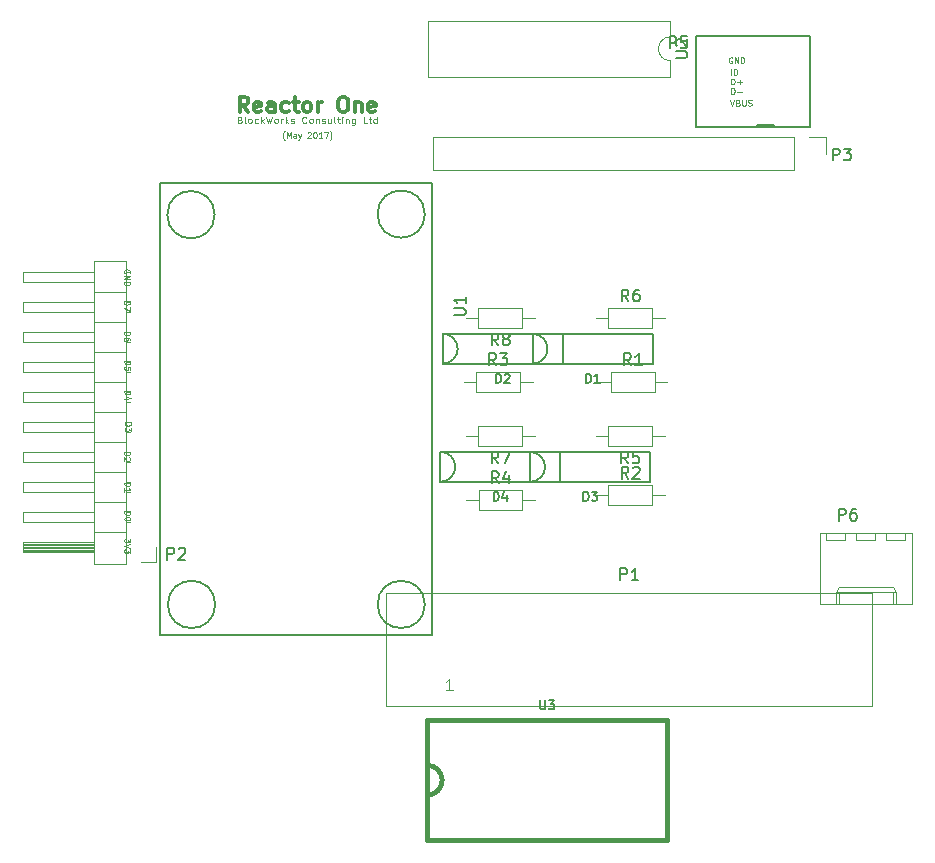
<source format=gto>
G04 #@! TF.FileFunction,Legend,Top*
%FSLAX46Y46*%
G04 Gerber Fmt 4.6, Leading zero omitted, Abs format (unit mm)*
G04 Created by KiCad (PCBNEW 4.0.5-e0-6337~49~ubuntu16.04.1) date Sun Apr 30 10:53:11 2017*
%MOMM*%
%LPD*%
G01*
G04 APERTURE LIST*
%ADD10C,0.100000*%
%ADD11C,0.075000*%
%ADD12C,0.300000*%
%ADD13C,0.381000*%
%ADD14C,0.150000*%
%ADD15C,0.120000*%
%ADD16C,0.203200*%
%ADD17C,0.152400*%
%ADD18C,0.125000*%
G04 APERTURE END LIST*
D10*
X123463810Y-106550954D02*
X123463810Y-106860477D01*
X123273333Y-106693811D01*
X123273333Y-106765239D01*
X123249524Y-106812858D01*
X123225714Y-106836668D01*
X123178095Y-106860477D01*
X123059048Y-106860477D01*
X123011429Y-106836668D01*
X122987619Y-106812858D01*
X122963810Y-106765239D01*
X122963810Y-106622382D01*
X122987619Y-106574763D01*
X123011429Y-106550954D01*
X123463810Y-107003334D02*
X122963810Y-107170001D01*
X123463810Y-107336667D01*
X123463810Y-107455715D02*
X123463810Y-107765238D01*
X123273333Y-107598572D01*
X123273333Y-107670000D01*
X123249524Y-107717619D01*
X123225714Y-107741429D01*
X123178095Y-107765238D01*
X123059048Y-107765238D01*
X123011429Y-107741429D01*
X122987619Y-107717619D01*
X122963810Y-107670000D01*
X122963810Y-107527143D01*
X122987619Y-107479524D01*
X123011429Y-107455715D01*
X122963810Y-104250953D02*
X123463810Y-104250953D01*
X123463810Y-104370000D01*
X123440000Y-104441429D01*
X123392381Y-104489048D01*
X123344762Y-104512857D01*
X123249524Y-104536667D01*
X123178095Y-104536667D01*
X123082857Y-104512857D01*
X123035238Y-104489048D01*
X122987619Y-104441429D01*
X122963810Y-104370000D01*
X122963810Y-104250953D01*
X123463810Y-104846191D02*
X123463810Y-104893810D01*
X123440000Y-104941429D01*
X123416190Y-104965238D01*
X123368571Y-104989048D01*
X123273333Y-105012857D01*
X123154286Y-105012857D01*
X123059048Y-104989048D01*
X123011429Y-104965238D01*
X122987619Y-104941429D01*
X122963810Y-104893810D01*
X122963810Y-104846191D01*
X122987619Y-104798572D01*
X123011429Y-104774762D01*
X123059048Y-104750953D01*
X123154286Y-104727143D01*
X123273333Y-104727143D01*
X123368571Y-104750953D01*
X123416190Y-104774762D01*
X123440000Y-104798572D01*
X123463810Y-104846191D01*
X122963810Y-101800953D02*
X123463810Y-101800953D01*
X123463810Y-101920000D01*
X123440000Y-101991429D01*
X123392381Y-102039048D01*
X123344762Y-102062857D01*
X123249524Y-102086667D01*
X123178095Y-102086667D01*
X123082857Y-102062857D01*
X123035238Y-102039048D01*
X122987619Y-101991429D01*
X122963810Y-101920000D01*
X122963810Y-101800953D01*
X122963810Y-102562857D02*
X122963810Y-102277143D01*
X122963810Y-102420000D02*
X123463810Y-102420000D01*
X123392381Y-102372381D01*
X123344762Y-102324762D01*
X123320952Y-102277143D01*
X122913810Y-99200953D02*
X123413810Y-99200953D01*
X123413810Y-99320000D01*
X123390000Y-99391429D01*
X123342381Y-99439048D01*
X123294762Y-99462857D01*
X123199524Y-99486667D01*
X123128095Y-99486667D01*
X123032857Y-99462857D01*
X122985238Y-99439048D01*
X122937619Y-99391429D01*
X122913810Y-99320000D01*
X122913810Y-99200953D01*
X123366190Y-99677143D02*
X123390000Y-99700953D01*
X123413810Y-99748572D01*
X123413810Y-99867619D01*
X123390000Y-99915238D01*
X123366190Y-99939048D01*
X123318571Y-99962857D01*
X123270952Y-99962857D01*
X123199524Y-99939048D01*
X122913810Y-99653334D01*
X122913810Y-99962857D01*
X123013810Y-96700953D02*
X123513810Y-96700953D01*
X123513810Y-96820000D01*
X123490000Y-96891429D01*
X123442381Y-96939048D01*
X123394762Y-96962857D01*
X123299524Y-96986667D01*
X123228095Y-96986667D01*
X123132857Y-96962857D01*
X123085238Y-96939048D01*
X123037619Y-96891429D01*
X123013810Y-96820000D01*
X123013810Y-96700953D01*
X123513810Y-97153334D02*
X123513810Y-97462857D01*
X123323333Y-97296191D01*
X123323333Y-97367619D01*
X123299524Y-97415238D01*
X123275714Y-97439048D01*
X123228095Y-97462857D01*
X123109048Y-97462857D01*
X123061429Y-97439048D01*
X123037619Y-97415238D01*
X123013810Y-97367619D01*
X123013810Y-97224762D01*
X123037619Y-97177143D01*
X123061429Y-97153334D01*
X122963810Y-94050953D02*
X123463810Y-94050953D01*
X123463810Y-94170000D01*
X123440000Y-94241429D01*
X123392381Y-94289048D01*
X123344762Y-94312857D01*
X123249524Y-94336667D01*
X123178095Y-94336667D01*
X123082857Y-94312857D01*
X123035238Y-94289048D01*
X122987619Y-94241429D01*
X122963810Y-94170000D01*
X122963810Y-94050953D01*
X123297143Y-94765238D02*
X122963810Y-94765238D01*
X123487619Y-94646191D02*
X123130476Y-94527143D01*
X123130476Y-94836667D01*
X122963810Y-91500953D02*
X123463810Y-91500953D01*
X123463810Y-91620000D01*
X123440000Y-91691429D01*
X123392381Y-91739048D01*
X123344762Y-91762857D01*
X123249524Y-91786667D01*
X123178095Y-91786667D01*
X123082857Y-91762857D01*
X123035238Y-91739048D01*
X122987619Y-91691429D01*
X122963810Y-91620000D01*
X122963810Y-91500953D01*
X123463810Y-92239048D02*
X123463810Y-92000953D01*
X123225714Y-91977143D01*
X123249524Y-92000953D01*
X123273333Y-92048572D01*
X123273333Y-92167619D01*
X123249524Y-92215238D01*
X123225714Y-92239048D01*
X123178095Y-92262857D01*
X123059048Y-92262857D01*
X123011429Y-92239048D01*
X122987619Y-92215238D01*
X122963810Y-92167619D01*
X122963810Y-92048572D01*
X122987619Y-92000953D01*
X123011429Y-91977143D01*
X122913810Y-89050953D02*
X123413810Y-89050953D01*
X123413810Y-89170000D01*
X123390000Y-89241429D01*
X123342381Y-89289048D01*
X123294762Y-89312857D01*
X123199524Y-89336667D01*
X123128095Y-89336667D01*
X123032857Y-89312857D01*
X122985238Y-89289048D01*
X122937619Y-89241429D01*
X122913810Y-89170000D01*
X122913810Y-89050953D01*
X123413810Y-89765238D02*
X123413810Y-89670000D01*
X123390000Y-89622381D01*
X123366190Y-89598572D01*
X123294762Y-89550953D01*
X123199524Y-89527143D01*
X123009048Y-89527143D01*
X122961429Y-89550953D01*
X122937619Y-89574762D01*
X122913810Y-89622381D01*
X122913810Y-89717619D01*
X122937619Y-89765238D01*
X122961429Y-89789048D01*
X123009048Y-89812857D01*
X123128095Y-89812857D01*
X123175714Y-89789048D01*
X123199524Y-89765238D01*
X123223333Y-89717619D01*
X123223333Y-89622381D01*
X123199524Y-89574762D01*
X123175714Y-89550953D01*
X123128095Y-89527143D01*
X122913810Y-86450953D02*
X123413810Y-86450953D01*
X123413810Y-86570000D01*
X123390000Y-86641429D01*
X123342381Y-86689048D01*
X123294762Y-86712857D01*
X123199524Y-86736667D01*
X123128095Y-86736667D01*
X123032857Y-86712857D01*
X122985238Y-86689048D01*
X122937619Y-86641429D01*
X122913810Y-86570000D01*
X122913810Y-86450953D01*
X123413810Y-86903334D02*
X123413810Y-87236667D01*
X122913810Y-87022381D01*
X123390000Y-84039047D02*
X123413810Y-83991428D01*
X123413810Y-83920000D01*
X123390000Y-83848571D01*
X123342381Y-83800952D01*
X123294762Y-83777143D01*
X123199524Y-83753333D01*
X123128095Y-83753333D01*
X123032857Y-83777143D01*
X122985238Y-83800952D01*
X122937619Y-83848571D01*
X122913810Y-83920000D01*
X122913810Y-83967619D01*
X122937619Y-84039047D01*
X122961429Y-84062857D01*
X123128095Y-84062857D01*
X123128095Y-83967619D01*
X122913810Y-84277143D02*
X123413810Y-84277143D01*
X122913810Y-84562857D01*
X123413810Y-84562857D01*
X122913810Y-84800953D02*
X123413810Y-84800953D01*
X123413810Y-84920000D01*
X123390000Y-84991429D01*
X123342381Y-85039048D01*
X123294762Y-85062857D01*
X123199524Y-85086667D01*
X123128095Y-85086667D01*
X123032857Y-85062857D01*
X122985238Y-85039048D01*
X122937619Y-84991429D01*
X122913810Y-84920000D01*
X122913810Y-84800953D01*
X132744287Y-71084286D02*
X132830001Y-71108095D01*
X132858573Y-71131905D01*
X132887144Y-71179524D01*
X132887144Y-71250952D01*
X132858573Y-71298571D01*
X132830001Y-71322381D01*
X132772859Y-71346190D01*
X132544287Y-71346190D01*
X132544287Y-70846190D01*
X132744287Y-70846190D01*
X132801430Y-70870000D01*
X132830001Y-70893810D01*
X132858573Y-70941429D01*
X132858573Y-70989048D01*
X132830001Y-71036667D01*
X132801430Y-71060476D01*
X132744287Y-71084286D01*
X132544287Y-71084286D01*
X133230001Y-71346190D02*
X133172859Y-71322381D01*
X133144287Y-71274762D01*
X133144287Y-70846190D01*
X133544287Y-71346190D02*
X133487145Y-71322381D01*
X133458573Y-71298571D01*
X133430002Y-71250952D01*
X133430002Y-71108095D01*
X133458573Y-71060476D01*
X133487145Y-71036667D01*
X133544287Y-71012857D01*
X133630002Y-71012857D01*
X133687145Y-71036667D01*
X133715716Y-71060476D01*
X133744287Y-71108095D01*
X133744287Y-71250952D01*
X133715716Y-71298571D01*
X133687145Y-71322381D01*
X133630002Y-71346190D01*
X133544287Y-71346190D01*
X134258573Y-71322381D02*
X134201430Y-71346190D01*
X134087144Y-71346190D01*
X134030002Y-71322381D01*
X134001430Y-71298571D01*
X133972859Y-71250952D01*
X133972859Y-71108095D01*
X134001430Y-71060476D01*
X134030002Y-71036667D01*
X134087144Y-71012857D01*
X134201430Y-71012857D01*
X134258573Y-71036667D01*
X134515716Y-71346190D02*
X134515716Y-70846190D01*
X134572859Y-71155714D02*
X134744288Y-71346190D01*
X134744288Y-71012857D02*
X134515716Y-71203333D01*
X134944287Y-70846190D02*
X135087144Y-71346190D01*
X135201430Y-70989048D01*
X135315716Y-71346190D01*
X135458573Y-70846190D01*
X135772858Y-71346190D02*
X135715716Y-71322381D01*
X135687144Y-71298571D01*
X135658573Y-71250952D01*
X135658573Y-71108095D01*
X135687144Y-71060476D01*
X135715716Y-71036667D01*
X135772858Y-71012857D01*
X135858573Y-71012857D01*
X135915716Y-71036667D01*
X135944287Y-71060476D01*
X135972858Y-71108095D01*
X135972858Y-71250952D01*
X135944287Y-71298571D01*
X135915716Y-71322381D01*
X135858573Y-71346190D01*
X135772858Y-71346190D01*
X136230001Y-71346190D02*
X136230001Y-71012857D01*
X136230001Y-71108095D02*
X136258573Y-71060476D01*
X136287144Y-71036667D01*
X136344287Y-71012857D01*
X136401430Y-71012857D01*
X136601430Y-71346190D02*
X136601430Y-70846190D01*
X136658573Y-71155714D02*
X136830002Y-71346190D01*
X136830002Y-71012857D02*
X136601430Y-71203333D01*
X137058573Y-71322381D02*
X137115716Y-71346190D01*
X137230001Y-71346190D01*
X137287144Y-71322381D01*
X137315716Y-71274762D01*
X137315716Y-71250952D01*
X137287144Y-71203333D01*
X137230001Y-71179524D01*
X137144287Y-71179524D01*
X137087144Y-71155714D01*
X137058573Y-71108095D01*
X137058573Y-71084286D01*
X137087144Y-71036667D01*
X137144287Y-71012857D01*
X137230001Y-71012857D01*
X137287144Y-71036667D01*
X138372858Y-71298571D02*
X138344287Y-71322381D01*
X138258573Y-71346190D01*
X138201430Y-71346190D01*
X138115715Y-71322381D01*
X138058573Y-71274762D01*
X138030001Y-71227143D01*
X138001430Y-71131905D01*
X138001430Y-71060476D01*
X138030001Y-70965238D01*
X138058573Y-70917619D01*
X138115715Y-70870000D01*
X138201430Y-70846190D01*
X138258573Y-70846190D01*
X138344287Y-70870000D01*
X138372858Y-70893810D01*
X138715715Y-71346190D02*
X138658573Y-71322381D01*
X138630001Y-71298571D01*
X138601430Y-71250952D01*
X138601430Y-71108095D01*
X138630001Y-71060476D01*
X138658573Y-71036667D01*
X138715715Y-71012857D01*
X138801430Y-71012857D01*
X138858573Y-71036667D01*
X138887144Y-71060476D01*
X138915715Y-71108095D01*
X138915715Y-71250952D01*
X138887144Y-71298571D01*
X138858573Y-71322381D01*
X138801430Y-71346190D01*
X138715715Y-71346190D01*
X139172858Y-71012857D02*
X139172858Y-71346190D01*
X139172858Y-71060476D02*
X139201430Y-71036667D01*
X139258572Y-71012857D01*
X139344287Y-71012857D01*
X139401430Y-71036667D01*
X139430001Y-71084286D01*
X139430001Y-71346190D01*
X139687144Y-71322381D02*
X139744287Y-71346190D01*
X139858572Y-71346190D01*
X139915715Y-71322381D01*
X139944287Y-71274762D01*
X139944287Y-71250952D01*
X139915715Y-71203333D01*
X139858572Y-71179524D01*
X139772858Y-71179524D01*
X139715715Y-71155714D01*
X139687144Y-71108095D01*
X139687144Y-71084286D01*
X139715715Y-71036667D01*
X139772858Y-71012857D01*
X139858572Y-71012857D01*
X139915715Y-71036667D01*
X140458572Y-71012857D02*
X140458572Y-71346190D01*
X140201429Y-71012857D02*
X140201429Y-71274762D01*
X140230001Y-71322381D01*
X140287143Y-71346190D01*
X140372858Y-71346190D01*
X140430001Y-71322381D01*
X140458572Y-71298571D01*
X140830000Y-71346190D02*
X140772858Y-71322381D01*
X140744286Y-71274762D01*
X140744286Y-70846190D01*
X140972858Y-71012857D02*
X141201429Y-71012857D01*
X141058572Y-70846190D02*
X141058572Y-71274762D01*
X141087144Y-71322381D01*
X141144286Y-71346190D01*
X141201429Y-71346190D01*
X141401429Y-71346190D02*
X141401429Y-71012857D01*
X141401429Y-70846190D02*
X141372858Y-70870000D01*
X141401429Y-70893810D01*
X141430001Y-70870000D01*
X141401429Y-70846190D01*
X141401429Y-70893810D01*
X141687143Y-71012857D02*
X141687143Y-71346190D01*
X141687143Y-71060476D02*
X141715715Y-71036667D01*
X141772857Y-71012857D01*
X141858572Y-71012857D01*
X141915715Y-71036667D01*
X141944286Y-71084286D01*
X141944286Y-71346190D01*
X142487143Y-71012857D02*
X142487143Y-71417619D01*
X142458572Y-71465238D01*
X142430000Y-71489048D01*
X142372857Y-71512857D01*
X142287143Y-71512857D01*
X142230000Y-71489048D01*
X142487143Y-71322381D02*
X142430000Y-71346190D01*
X142315714Y-71346190D01*
X142258572Y-71322381D01*
X142230000Y-71298571D01*
X142201429Y-71250952D01*
X142201429Y-71108095D01*
X142230000Y-71060476D01*
X142258572Y-71036667D01*
X142315714Y-71012857D01*
X142430000Y-71012857D01*
X142487143Y-71036667D01*
X143515714Y-71346190D02*
X143230000Y-71346190D01*
X143230000Y-70846190D01*
X143630000Y-71012857D02*
X143858571Y-71012857D01*
X143715714Y-70846190D02*
X143715714Y-71274762D01*
X143744286Y-71322381D01*
X143801428Y-71346190D01*
X143858571Y-71346190D01*
X144315714Y-71346190D02*
X144315714Y-70846190D01*
X144315714Y-71322381D02*
X144258571Y-71346190D01*
X144144285Y-71346190D01*
X144087143Y-71322381D01*
X144058571Y-71298571D01*
X144030000Y-71250952D01*
X144030000Y-71108095D01*
X144058571Y-71060476D01*
X144087143Y-71036667D01*
X144144285Y-71012857D01*
X144258571Y-71012857D01*
X144315714Y-71036667D01*
D11*
X136513335Y-72806667D02*
X136489525Y-72782857D01*
X136441906Y-72711429D01*
X136418097Y-72663810D01*
X136394287Y-72592381D01*
X136370478Y-72473333D01*
X136370478Y-72378095D01*
X136394287Y-72259048D01*
X136418097Y-72187619D01*
X136441906Y-72140000D01*
X136489525Y-72068571D01*
X136513335Y-72044762D01*
X136703811Y-72616190D02*
X136703811Y-72116190D01*
X136870477Y-72473333D01*
X137037144Y-72116190D01*
X137037144Y-72616190D01*
X137489525Y-72616190D02*
X137489525Y-72354286D01*
X137465716Y-72306667D01*
X137418097Y-72282857D01*
X137322859Y-72282857D01*
X137275240Y-72306667D01*
X137489525Y-72592381D02*
X137441906Y-72616190D01*
X137322859Y-72616190D01*
X137275240Y-72592381D01*
X137251430Y-72544762D01*
X137251430Y-72497143D01*
X137275240Y-72449524D01*
X137322859Y-72425714D01*
X137441906Y-72425714D01*
X137489525Y-72401905D01*
X137680002Y-72282857D02*
X137799049Y-72616190D01*
X137918097Y-72282857D02*
X137799049Y-72616190D01*
X137751430Y-72735238D01*
X137727621Y-72759048D01*
X137680002Y-72782857D01*
X138465715Y-72163810D02*
X138489525Y-72140000D01*
X138537144Y-72116190D01*
X138656191Y-72116190D01*
X138703810Y-72140000D01*
X138727620Y-72163810D01*
X138751429Y-72211429D01*
X138751429Y-72259048D01*
X138727620Y-72330476D01*
X138441906Y-72616190D01*
X138751429Y-72616190D01*
X139060953Y-72116190D02*
X139108572Y-72116190D01*
X139156191Y-72140000D01*
X139180000Y-72163810D01*
X139203810Y-72211429D01*
X139227619Y-72306667D01*
X139227619Y-72425714D01*
X139203810Y-72520952D01*
X139180000Y-72568571D01*
X139156191Y-72592381D01*
X139108572Y-72616190D01*
X139060953Y-72616190D01*
X139013334Y-72592381D01*
X138989524Y-72568571D01*
X138965715Y-72520952D01*
X138941905Y-72425714D01*
X138941905Y-72306667D01*
X138965715Y-72211429D01*
X138989524Y-72163810D01*
X139013334Y-72140000D01*
X139060953Y-72116190D01*
X139703809Y-72616190D02*
X139418095Y-72616190D01*
X139560952Y-72616190D02*
X139560952Y-72116190D01*
X139513333Y-72187619D01*
X139465714Y-72235238D01*
X139418095Y-72259048D01*
X139870476Y-72116190D02*
X140203809Y-72116190D01*
X139989523Y-72616190D01*
X140346666Y-72806667D02*
X140370475Y-72782857D01*
X140418094Y-72711429D01*
X140441904Y-72663810D01*
X140465713Y-72592381D01*
X140489523Y-72473333D01*
X140489523Y-72378095D01*
X140465713Y-72259048D01*
X140441904Y-72187619D01*
X140418094Y-72140000D01*
X140370475Y-72068571D01*
X140346666Y-72044762D01*
D12*
X133446667Y-70438095D02*
X133013334Y-69819048D01*
X132703810Y-70438095D02*
X132703810Y-69138095D01*
X133199048Y-69138095D01*
X133322857Y-69200000D01*
X133384762Y-69261905D01*
X133446667Y-69385714D01*
X133446667Y-69571429D01*
X133384762Y-69695238D01*
X133322857Y-69757143D01*
X133199048Y-69819048D01*
X132703810Y-69819048D01*
X134499048Y-70376190D02*
X134375238Y-70438095D01*
X134127619Y-70438095D01*
X134003810Y-70376190D01*
X133941905Y-70252381D01*
X133941905Y-69757143D01*
X134003810Y-69633333D01*
X134127619Y-69571429D01*
X134375238Y-69571429D01*
X134499048Y-69633333D01*
X134560953Y-69757143D01*
X134560953Y-69880952D01*
X133941905Y-70004762D01*
X135675239Y-70438095D02*
X135675239Y-69757143D01*
X135613334Y-69633333D01*
X135489524Y-69571429D01*
X135241905Y-69571429D01*
X135118096Y-69633333D01*
X135675239Y-70376190D02*
X135551429Y-70438095D01*
X135241905Y-70438095D01*
X135118096Y-70376190D01*
X135056191Y-70252381D01*
X135056191Y-70128571D01*
X135118096Y-70004762D01*
X135241905Y-69942857D01*
X135551429Y-69942857D01*
X135675239Y-69880952D01*
X136851429Y-70376190D02*
X136727619Y-70438095D01*
X136480000Y-70438095D01*
X136356191Y-70376190D01*
X136294286Y-70314286D01*
X136232381Y-70190476D01*
X136232381Y-69819048D01*
X136294286Y-69695238D01*
X136356191Y-69633333D01*
X136480000Y-69571429D01*
X136727619Y-69571429D01*
X136851429Y-69633333D01*
X137222858Y-69571429D02*
X137718096Y-69571429D01*
X137408572Y-69138095D02*
X137408572Y-70252381D01*
X137470477Y-70376190D01*
X137594286Y-70438095D01*
X137718096Y-70438095D01*
X138337143Y-70438095D02*
X138213334Y-70376190D01*
X138151429Y-70314286D01*
X138089524Y-70190476D01*
X138089524Y-69819048D01*
X138151429Y-69695238D01*
X138213334Y-69633333D01*
X138337143Y-69571429D01*
X138522857Y-69571429D01*
X138646667Y-69633333D01*
X138708572Y-69695238D01*
X138770476Y-69819048D01*
X138770476Y-70190476D01*
X138708572Y-70314286D01*
X138646667Y-70376190D01*
X138522857Y-70438095D01*
X138337143Y-70438095D01*
X139327619Y-70438095D02*
X139327619Y-69571429D01*
X139327619Y-69819048D02*
X139389524Y-69695238D01*
X139451428Y-69633333D01*
X139575238Y-69571429D01*
X139699047Y-69571429D01*
X141370476Y-69138095D02*
X141618095Y-69138095D01*
X141741904Y-69200000D01*
X141865714Y-69323810D01*
X141927619Y-69571429D01*
X141927619Y-70004762D01*
X141865714Y-70252381D01*
X141741904Y-70376190D01*
X141618095Y-70438095D01*
X141370476Y-70438095D01*
X141246666Y-70376190D01*
X141122857Y-70252381D01*
X141060952Y-70004762D01*
X141060952Y-69571429D01*
X141122857Y-69323810D01*
X141246666Y-69200000D01*
X141370476Y-69138095D01*
X142484762Y-69571429D02*
X142484762Y-70438095D01*
X142484762Y-69695238D02*
X142546667Y-69633333D01*
X142670476Y-69571429D01*
X142856190Y-69571429D01*
X142980000Y-69633333D01*
X143041905Y-69757143D01*
X143041905Y-70438095D01*
X144156190Y-70376190D02*
X144032380Y-70438095D01*
X143784761Y-70438095D01*
X143660952Y-70376190D01*
X143599047Y-70252381D01*
X143599047Y-69757143D01*
X143660952Y-69633333D01*
X143784761Y-69571429D01*
X144032380Y-69571429D01*
X144156190Y-69633333D01*
X144218095Y-69757143D01*
X144218095Y-69880952D01*
X143599047Y-70004762D01*
D13*
X149860000Y-127000000D02*
G75*
G03X148590000Y-125730000I-1270000J0D01*
G01*
X148590000Y-128270000D02*
G75*
G03X149860000Y-127000000I0J1270000D01*
G01*
X148590000Y-121920000D02*
X148590000Y-132080000D01*
X148590000Y-132080000D02*
X168910000Y-132080000D01*
X168910000Y-132080000D02*
X168910000Y-121920000D01*
X168910000Y-121920000D02*
X148590000Y-121920000D01*
D14*
X125990000Y-76470000D02*
X148990000Y-76470000D01*
X148990000Y-76470000D02*
X148990000Y-114670000D01*
X148990000Y-114670000D02*
X125990000Y-114670000D01*
X125990000Y-114670000D02*
X125990000Y-76470000D01*
X130590000Y-79120000D02*
G75*
G03X130590000Y-79120000I-2000000J0D01*
G01*
X130640000Y-112120000D02*
G75*
G03X130640000Y-112120000I-2000000J0D01*
G01*
X148390000Y-79070000D02*
G75*
G03X148390000Y-79070000I-2000000J0D01*
G01*
X148390000Y-112120000D02*
G75*
G03X148390000Y-112120000I-2000000J0D01*
G01*
X171390000Y-64020000D02*
X180990000Y-64020000D01*
X180990000Y-64020000D02*
X180990000Y-71720000D01*
X171390000Y-71720000D02*
X180990000Y-71720000D01*
X171390000Y-71720000D02*
X171390000Y-64020000D01*
X176490000Y-71520000D02*
X177990000Y-71520000D01*
D15*
X145126900Y-111151000D02*
X186266900Y-111151000D01*
X186266900Y-111151000D02*
X186266900Y-120751000D01*
X186266900Y-120751000D02*
X145126900Y-120751000D01*
X145126900Y-120751000D02*
X145126900Y-111151000D01*
X123110000Y-108660000D02*
X123110000Y-106000000D01*
X123110000Y-106000000D02*
X120370000Y-106000000D01*
X120370000Y-106000000D02*
X120370000Y-108660000D01*
X120370000Y-108660000D02*
X123110000Y-108660000D01*
X120370000Y-107710000D02*
X120370000Y-106830000D01*
X120370000Y-106830000D02*
X114370000Y-106830000D01*
X114370000Y-106830000D02*
X114370000Y-107710000D01*
X114370000Y-107710000D02*
X120370000Y-107710000D01*
X123420000Y-107710000D02*
X123110000Y-107710000D01*
X123420000Y-106830000D02*
X123110000Y-106830000D01*
X120370000Y-107590000D02*
X114370000Y-107590000D01*
X120370000Y-107470000D02*
X114370000Y-107470000D01*
X120370000Y-107350000D02*
X114370000Y-107350000D01*
X120370000Y-107230000D02*
X114370000Y-107230000D01*
X120370000Y-107110000D02*
X114370000Y-107110000D01*
X120370000Y-106990000D02*
X114370000Y-106990000D01*
X120370000Y-106870000D02*
X114370000Y-106870000D01*
X123110000Y-106000000D02*
X123110000Y-103460000D01*
X123110000Y-103460000D02*
X120370000Y-103460000D01*
X120370000Y-103460000D02*
X120370000Y-106000000D01*
X120370000Y-106000000D02*
X123110000Y-106000000D01*
X120370000Y-105170000D02*
X120370000Y-104290000D01*
X120370000Y-104290000D02*
X114370000Y-104290000D01*
X114370000Y-104290000D02*
X114370000Y-105170000D01*
X114370000Y-105170000D02*
X120370000Y-105170000D01*
X123420000Y-105170000D02*
X123110000Y-105170000D01*
X123420000Y-104290000D02*
X123110000Y-104290000D01*
X123110000Y-103460000D02*
X123110000Y-100920000D01*
X123110000Y-100920000D02*
X120370000Y-100920000D01*
X120370000Y-100920000D02*
X120370000Y-103460000D01*
X120370000Y-103460000D02*
X123110000Y-103460000D01*
X120370000Y-102630000D02*
X120370000Y-101750000D01*
X120370000Y-101750000D02*
X114370000Y-101750000D01*
X114370000Y-101750000D02*
X114370000Y-102630000D01*
X114370000Y-102630000D02*
X120370000Y-102630000D01*
X123420000Y-102630000D02*
X123110000Y-102630000D01*
X123420000Y-101750000D02*
X123110000Y-101750000D01*
X123110000Y-100920000D02*
X123110000Y-98380000D01*
X123110000Y-98380000D02*
X120370000Y-98380000D01*
X120370000Y-98380000D02*
X120370000Y-100920000D01*
X120370000Y-100920000D02*
X123110000Y-100920000D01*
X120370000Y-100090000D02*
X120370000Y-99210000D01*
X120370000Y-99210000D02*
X114370000Y-99210000D01*
X114370000Y-99210000D02*
X114370000Y-100090000D01*
X114370000Y-100090000D02*
X120370000Y-100090000D01*
X123420000Y-100090000D02*
X123110000Y-100090000D01*
X123420000Y-99210000D02*
X123110000Y-99210000D01*
X123110000Y-98380000D02*
X123110000Y-95840000D01*
X123110000Y-95840000D02*
X120370000Y-95840000D01*
X120370000Y-95840000D02*
X120370000Y-98380000D01*
X120370000Y-98380000D02*
X123110000Y-98380000D01*
X120370000Y-97550000D02*
X120370000Y-96670000D01*
X120370000Y-96670000D02*
X114370000Y-96670000D01*
X114370000Y-96670000D02*
X114370000Y-97550000D01*
X114370000Y-97550000D02*
X120370000Y-97550000D01*
X123420000Y-97550000D02*
X123110000Y-97550000D01*
X123420000Y-96670000D02*
X123110000Y-96670000D01*
X123110000Y-95840000D02*
X123110000Y-93300000D01*
X123110000Y-93300000D02*
X120370000Y-93300000D01*
X120370000Y-93300000D02*
X120370000Y-95840000D01*
X120370000Y-95840000D02*
X123110000Y-95840000D01*
X120370000Y-95010000D02*
X120370000Y-94130000D01*
X120370000Y-94130000D02*
X114370000Y-94130000D01*
X114370000Y-94130000D02*
X114370000Y-95010000D01*
X114370000Y-95010000D02*
X120370000Y-95010000D01*
X123420000Y-95010000D02*
X123110000Y-95010000D01*
X123420000Y-94130000D02*
X123110000Y-94130000D01*
X123110000Y-93300000D02*
X123110000Y-90760000D01*
X123110000Y-90760000D02*
X120370000Y-90760000D01*
X120370000Y-90760000D02*
X120370000Y-93300000D01*
X120370000Y-93300000D02*
X123110000Y-93300000D01*
X120370000Y-92470000D02*
X120370000Y-91590000D01*
X120370000Y-91590000D02*
X114370000Y-91590000D01*
X114370000Y-91590000D02*
X114370000Y-92470000D01*
X114370000Y-92470000D02*
X120370000Y-92470000D01*
X123420000Y-92470000D02*
X123110000Y-92470000D01*
X123420000Y-91590000D02*
X123110000Y-91590000D01*
X123110000Y-90760000D02*
X123110000Y-88220000D01*
X123110000Y-88220000D02*
X120370000Y-88220000D01*
X120370000Y-88220000D02*
X120370000Y-90760000D01*
X120370000Y-90760000D02*
X123110000Y-90760000D01*
X120370000Y-89930000D02*
X120370000Y-89050000D01*
X120370000Y-89050000D02*
X114370000Y-89050000D01*
X114370000Y-89050000D02*
X114370000Y-89930000D01*
X114370000Y-89930000D02*
X120370000Y-89930000D01*
X123420000Y-89930000D02*
X123110000Y-89930000D01*
X123420000Y-89050000D02*
X123110000Y-89050000D01*
X123110000Y-88220000D02*
X123110000Y-85680000D01*
X123110000Y-85680000D02*
X120370000Y-85680000D01*
X120370000Y-85680000D02*
X120370000Y-88220000D01*
X120370000Y-88220000D02*
X123110000Y-88220000D01*
X120370000Y-87390000D02*
X120370000Y-86510000D01*
X120370000Y-86510000D02*
X114370000Y-86510000D01*
X114370000Y-86510000D02*
X114370000Y-87390000D01*
X114370000Y-87390000D02*
X120370000Y-87390000D01*
X123420000Y-87390000D02*
X123110000Y-87390000D01*
X123420000Y-86510000D02*
X123110000Y-86510000D01*
X123110000Y-85680000D02*
X123110000Y-83020000D01*
X123110000Y-83020000D02*
X120370000Y-83020000D01*
X120370000Y-83020000D02*
X120370000Y-85680000D01*
X120370000Y-85680000D02*
X123110000Y-85680000D01*
X120370000Y-84850000D02*
X120370000Y-83970000D01*
X120370000Y-83970000D02*
X114370000Y-83970000D01*
X114370000Y-83970000D02*
X114370000Y-84850000D01*
X114370000Y-84850000D02*
X120370000Y-84850000D01*
X123420000Y-84850000D02*
X123110000Y-84850000D01*
X123420000Y-83970000D02*
X123110000Y-83970000D01*
X125660000Y-107270000D02*
X125660000Y-108540000D01*
X125660000Y-108540000D02*
X124390000Y-108540000D01*
X179670000Y-72580000D02*
X149070000Y-72580000D01*
X149070000Y-72580000D02*
X149070000Y-75360000D01*
X149070000Y-75360000D02*
X179670000Y-75360000D01*
X179670000Y-75360000D02*
X179670000Y-72580000D01*
X180940000Y-72580000D02*
X182330000Y-72580000D01*
X182330000Y-72580000D02*
X182330000Y-73970000D01*
X181820000Y-106050000D02*
X181820000Y-112050000D01*
X181820000Y-112050000D02*
X189640000Y-112050000D01*
X189640000Y-112050000D02*
X189640000Y-106050000D01*
X189640000Y-106050000D02*
X181820000Y-106050000D01*
X183190000Y-112050000D02*
X183190000Y-111050000D01*
X183190000Y-111050000D02*
X188270000Y-111050000D01*
X188270000Y-111050000D02*
X188270000Y-112050000D01*
X183190000Y-111050000D02*
X183440000Y-110620000D01*
X183440000Y-110620000D02*
X188020000Y-110620000D01*
X188020000Y-110620000D02*
X188270000Y-111050000D01*
X183440000Y-112050000D02*
X183440000Y-111050000D01*
X188020000Y-112050000D02*
X188020000Y-111050000D01*
X182390000Y-106050000D02*
X182390000Y-106670000D01*
X182390000Y-106670000D02*
X183990000Y-106670000D01*
X183990000Y-106670000D02*
X183990000Y-106050000D01*
X184930000Y-106050000D02*
X184930000Y-106670000D01*
X184930000Y-106670000D02*
X186530000Y-106670000D01*
X186530000Y-106670000D02*
X186530000Y-106050000D01*
X187470000Y-106050000D02*
X187470000Y-106670000D01*
X187470000Y-106670000D02*
X189070000Y-106670000D01*
X189070000Y-106670000D02*
X189070000Y-106050000D01*
X169180000Y-66080000D02*
G75*
G02X169180000Y-64080000I0J1000000D01*
G01*
X169180000Y-64080000D02*
X169180000Y-62710000D01*
X169180000Y-62710000D02*
X148620000Y-62710000D01*
X148620000Y-62710000D02*
X148620000Y-67450000D01*
X148620000Y-67450000D02*
X169180000Y-67450000D01*
X169180000Y-67450000D02*
X169180000Y-66080000D01*
X164140000Y-92410000D02*
X164140000Y-94130000D01*
X164140000Y-94130000D02*
X167860000Y-94130000D01*
X167860000Y-94130000D02*
X167860000Y-92410000D01*
X167860000Y-92410000D02*
X164140000Y-92410000D01*
X163070000Y-93270000D02*
X164140000Y-93270000D01*
X168930000Y-93270000D02*
X167860000Y-93270000D01*
X152740000Y-92410000D02*
X152740000Y-94130000D01*
X152740000Y-94130000D02*
X156460000Y-94130000D01*
X156460000Y-94130000D02*
X156460000Y-92410000D01*
X156460000Y-92410000D02*
X152740000Y-92410000D01*
X151670000Y-93270000D02*
X152740000Y-93270000D01*
X157530000Y-93270000D02*
X156460000Y-93270000D01*
X156640000Y-98730000D02*
X156640000Y-97010000D01*
X156640000Y-97010000D02*
X152920000Y-97010000D01*
X152920000Y-97010000D02*
X152920000Y-98730000D01*
X152920000Y-98730000D02*
X156640000Y-98730000D01*
X157710000Y-97870000D02*
X156640000Y-97870000D01*
X151850000Y-97870000D02*
X152920000Y-97870000D01*
D16*
X167670000Y-91740000D02*
X157510000Y-91740000D01*
X157510000Y-89200000D02*
X167670000Y-89200000D01*
X167670000Y-89200000D02*
X167670000Y-91740000D01*
X158780000Y-90470000D02*
G75*
G03X157510000Y-89200000I-1270000J0D01*
G01*
X157510000Y-91740000D02*
G75*
G03X158780000Y-90470000I0J1270000D01*
G01*
X157510000Y-89200000D02*
X157510000Y-91740000D01*
X160070000Y-91740000D02*
X149910000Y-91740000D01*
X149910000Y-89200000D02*
X160070000Y-89200000D01*
X160070000Y-89200000D02*
X160070000Y-91740000D01*
X151180000Y-90470000D02*
G75*
G03X149910000Y-89200000I-1270000J0D01*
G01*
X149910000Y-91740000D02*
G75*
G03X151180000Y-90470000I0J1270000D01*
G01*
X149910000Y-89200000D02*
X149910000Y-91740000D01*
X167470000Y-101740000D02*
X157310000Y-101740000D01*
X157310000Y-99200000D02*
X167470000Y-99200000D01*
X167470000Y-99200000D02*
X167470000Y-101740000D01*
X158580000Y-100470000D02*
G75*
G03X157310000Y-99200000I-1270000J0D01*
G01*
X157310000Y-101740000D02*
G75*
G03X158580000Y-100470000I0J1270000D01*
G01*
X157310000Y-99200000D02*
X157310000Y-101740000D01*
X159870000Y-101740000D02*
X149710000Y-101740000D01*
X149710000Y-99200000D02*
X159870000Y-99200000D01*
X159870000Y-99200000D02*
X159870000Y-101740000D01*
X150980000Y-100470000D02*
G75*
G03X149710000Y-99200000I-1270000J0D01*
G01*
X149710000Y-101740000D02*
G75*
G03X150980000Y-100470000I0J1270000D01*
G01*
X149710000Y-99200000D02*
X149710000Y-101740000D01*
D15*
X163940000Y-102010000D02*
X163940000Y-103730000D01*
X163940000Y-103730000D02*
X167660000Y-103730000D01*
X167660000Y-103730000D02*
X167660000Y-102010000D01*
X167660000Y-102010000D02*
X163940000Y-102010000D01*
X162870000Y-102870000D02*
X163940000Y-102870000D01*
X168730000Y-102870000D02*
X167660000Y-102870000D01*
X152940000Y-102410000D02*
X152940000Y-104130000D01*
X152940000Y-104130000D02*
X156660000Y-104130000D01*
X156660000Y-104130000D02*
X156660000Y-102410000D01*
X156660000Y-102410000D02*
X152940000Y-102410000D01*
X151870000Y-103270000D02*
X152940000Y-103270000D01*
X157730000Y-103270000D02*
X156660000Y-103270000D01*
X167640000Y-98730000D02*
X167640000Y-97010000D01*
X167640000Y-97010000D02*
X163920000Y-97010000D01*
X163920000Y-97010000D02*
X163920000Y-98730000D01*
X163920000Y-98730000D02*
X167640000Y-98730000D01*
X168710000Y-97870000D02*
X167640000Y-97870000D01*
X162850000Y-97870000D02*
X163920000Y-97870000D01*
X163940000Y-87010000D02*
X163940000Y-88730000D01*
X163940000Y-88730000D02*
X167660000Y-88730000D01*
X167660000Y-88730000D02*
X167660000Y-87010000D01*
X167660000Y-87010000D02*
X163940000Y-87010000D01*
X162870000Y-87870000D02*
X163940000Y-87870000D01*
X168730000Y-87870000D02*
X167660000Y-87870000D01*
X156640000Y-88730000D02*
X156640000Y-87010000D01*
X156640000Y-87010000D02*
X152920000Y-87010000D01*
X152920000Y-87010000D02*
X152920000Y-88730000D01*
X152920000Y-88730000D02*
X156640000Y-88730000D01*
X157710000Y-87870000D02*
X156640000Y-87870000D01*
X151850000Y-87870000D02*
X152920000Y-87870000D01*
D17*
X158169429Y-120232714D02*
X158169429Y-120849571D01*
X158205714Y-120922143D01*
X158242000Y-120958429D01*
X158314571Y-120994714D01*
X158459714Y-120994714D01*
X158532286Y-120958429D01*
X158568571Y-120922143D01*
X158604857Y-120849571D01*
X158604857Y-120232714D01*
X158895143Y-120232714D02*
X159366857Y-120232714D01*
X159112857Y-120523000D01*
X159221715Y-120523000D01*
X159294286Y-120559286D01*
X159330572Y-120595571D01*
X159366857Y-120668143D01*
X159366857Y-120849571D01*
X159330572Y-120922143D01*
X159294286Y-120958429D01*
X159221715Y-120994714D01*
X159004000Y-120994714D01*
X158931429Y-120958429D01*
X158895143Y-120922143D01*
D14*
X150842381Y-87631905D02*
X151651905Y-87631905D01*
X151747143Y-87584286D01*
X151794762Y-87536667D01*
X151842381Y-87441429D01*
X151842381Y-87250952D01*
X151794762Y-87155714D01*
X151747143Y-87108095D01*
X151651905Y-87060476D01*
X150842381Y-87060476D01*
X151842381Y-86060476D02*
X151842381Y-86631905D01*
X151842381Y-86346191D02*
X150842381Y-86346191D01*
X150985238Y-86441429D01*
X151080476Y-86536667D01*
X151128095Y-86631905D01*
X169109105Y-65019981D02*
X169109105Y-64019981D01*
X169490058Y-64019981D01*
X169585296Y-64067600D01*
X169632915Y-64115219D01*
X169680534Y-64210457D01*
X169680534Y-64353314D01*
X169632915Y-64448552D01*
X169585296Y-64496171D01*
X169490058Y-64543790D01*
X169109105Y-64543790D01*
X170585296Y-64019981D02*
X170109105Y-64019981D01*
X170061486Y-64496171D01*
X170109105Y-64448552D01*
X170204343Y-64400933D01*
X170442439Y-64400933D01*
X170537677Y-64448552D01*
X170585296Y-64496171D01*
X170632915Y-64591410D01*
X170632915Y-64829505D01*
X170585296Y-64924743D01*
X170537677Y-64972362D01*
X170442439Y-65019981D01*
X170204343Y-65019981D01*
X170109105Y-64972362D01*
X170061486Y-64924743D01*
D18*
X174273334Y-69396190D02*
X174440001Y-69896190D01*
X174606667Y-69396190D01*
X174940000Y-69634286D02*
X175011429Y-69658095D01*
X175035238Y-69681905D01*
X175059048Y-69729524D01*
X175059048Y-69800952D01*
X175035238Y-69848571D01*
X175011429Y-69872381D01*
X174963810Y-69896190D01*
X174773334Y-69896190D01*
X174773334Y-69396190D01*
X174940000Y-69396190D01*
X174987619Y-69420000D01*
X175011429Y-69443810D01*
X175035238Y-69491429D01*
X175035238Y-69539048D01*
X175011429Y-69586667D01*
X174987619Y-69610476D01*
X174940000Y-69634286D01*
X174773334Y-69634286D01*
X175273334Y-69396190D02*
X175273334Y-69800952D01*
X175297143Y-69848571D01*
X175320953Y-69872381D01*
X175368572Y-69896190D01*
X175463810Y-69896190D01*
X175511429Y-69872381D01*
X175535238Y-69848571D01*
X175559048Y-69800952D01*
X175559048Y-69396190D01*
X175773334Y-69872381D02*
X175844763Y-69896190D01*
X175963810Y-69896190D01*
X176011429Y-69872381D01*
X176035239Y-69848571D01*
X176059048Y-69800952D01*
X176059048Y-69753333D01*
X176035239Y-69705714D01*
X176011429Y-69681905D01*
X175963810Y-69658095D01*
X175868572Y-69634286D01*
X175820953Y-69610476D01*
X175797144Y-69586667D01*
X175773334Y-69539048D01*
X175773334Y-69491429D01*
X175797144Y-69443810D01*
X175820953Y-69420000D01*
X175868572Y-69396190D01*
X175987620Y-69396190D01*
X176059048Y-69420000D01*
X174349524Y-68896190D02*
X174349524Y-68396190D01*
X174468571Y-68396190D01*
X174540000Y-68420000D01*
X174587619Y-68467619D01*
X174611428Y-68515238D01*
X174635238Y-68610476D01*
X174635238Y-68681905D01*
X174611428Y-68777143D01*
X174587619Y-68824762D01*
X174540000Y-68872381D01*
X174468571Y-68896190D01*
X174349524Y-68896190D01*
X174849524Y-68705714D02*
X175230476Y-68705714D01*
X174349524Y-68096190D02*
X174349524Y-67596190D01*
X174468571Y-67596190D01*
X174540000Y-67620000D01*
X174587619Y-67667619D01*
X174611428Y-67715238D01*
X174635238Y-67810476D01*
X174635238Y-67881905D01*
X174611428Y-67977143D01*
X174587619Y-68024762D01*
X174540000Y-68072381D01*
X174468571Y-68096190D01*
X174349524Y-68096190D01*
X174849524Y-67905714D02*
X175230476Y-67905714D01*
X175040000Y-68096190D02*
X175040000Y-67715238D01*
X174340001Y-67296190D02*
X174340001Y-66796190D01*
X174578096Y-67296190D02*
X174578096Y-66796190D01*
X174697143Y-66796190D01*
X174768572Y-66820000D01*
X174816191Y-66867619D01*
X174840000Y-66915238D01*
X174863810Y-67010476D01*
X174863810Y-67081905D01*
X174840000Y-67177143D01*
X174816191Y-67224762D01*
X174768572Y-67272381D01*
X174697143Y-67296190D01*
X174578096Y-67296190D01*
X174409047Y-65820000D02*
X174361428Y-65796190D01*
X174290000Y-65796190D01*
X174218571Y-65820000D01*
X174170952Y-65867619D01*
X174147143Y-65915238D01*
X174123333Y-66010476D01*
X174123333Y-66081905D01*
X174147143Y-66177143D01*
X174170952Y-66224762D01*
X174218571Y-66272381D01*
X174290000Y-66296190D01*
X174337619Y-66296190D01*
X174409047Y-66272381D01*
X174432857Y-66248571D01*
X174432857Y-66081905D01*
X174337619Y-66081905D01*
X174647143Y-66296190D02*
X174647143Y-65796190D01*
X174932857Y-66296190D01*
X174932857Y-65796190D01*
X175170953Y-66296190D02*
X175170953Y-65796190D01*
X175290000Y-65796190D01*
X175361429Y-65820000D01*
X175409048Y-65867619D01*
X175432857Y-65915238D01*
X175456667Y-66010476D01*
X175456667Y-66081905D01*
X175432857Y-66177143D01*
X175409048Y-66224762D01*
X175361429Y-66272381D01*
X175290000Y-66296190D01*
X175170953Y-66296190D01*
D14*
X164958805Y-110053381D02*
X164958805Y-109053381D01*
X165339758Y-109053381D01*
X165434996Y-109101000D01*
X165482615Y-109148619D01*
X165530234Y-109243857D01*
X165530234Y-109386714D01*
X165482615Y-109481952D01*
X165434996Y-109529571D01*
X165339758Y-109577190D01*
X164958805Y-109577190D01*
X166482615Y-110053381D02*
X165911186Y-110053381D01*
X166196900Y-110053381D02*
X166196900Y-109053381D01*
X166101662Y-109196238D01*
X166006424Y-109291476D01*
X165911186Y-109339095D01*
D15*
X150762615Y-119393381D02*
X150191186Y-119393381D01*
X150476900Y-119393381D02*
X150476900Y-118393381D01*
X150381662Y-118536238D01*
X150286424Y-118631476D01*
X150191186Y-118679095D01*
D14*
X126601905Y-108322381D02*
X126601905Y-107322381D01*
X126982858Y-107322381D01*
X127078096Y-107370000D01*
X127125715Y-107417619D01*
X127173334Y-107512857D01*
X127173334Y-107655714D01*
X127125715Y-107750952D01*
X127078096Y-107798571D01*
X126982858Y-107846190D01*
X126601905Y-107846190D01*
X127554286Y-107417619D02*
X127601905Y-107370000D01*
X127697143Y-107322381D01*
X127935239Y-107322381D01*
X128030477Y-107370000D01*
X128078096Y-107417619D01*
X128125715Y-107512857D01*
X128125715Y-107608095D01*
X128078096Y-107750952D01*
X127506667Y-108322381D01*
X128125715Y-108322381D01*
X182951905Y-74522381D02*
X182951905Y-73522381D01*
X183332858Y-73522381D01*
X183428096Y-73570000D01*
X183475715Y-73617619D01*
X183523334Y-73712857D01*
X183523334Y-73855714D01*
X183475715Y-73950952D01*
X183428096Y-73998571D01*
X183332858Y-74046190D01*
X182951905Y-74046190D01*
X183856667Y-73522381D02*
X184475715Y-73522381D01*
X184142381Y-73903333D01*
X184285239Y-73903333D01*
X184380477Y-73950952D01*
X184428096Y-73998571D01*
X184475715Y-74093810D01*
X184475715Y-74331905D01*
X184428096Y-74427143D01*
X184380477Y-74474762D01*
X184285239Y-74522381D01*
X183999524Y-74522381D01*
X183904286Y-74474762D01*
X183856667Y-74427143D01*
X183451905Y-105022381D02*
X183451905Y-104022381D01*
X183832858Y-104022381D01*
X183928096Y-104070000D01*
X183975715Y-104117619D01*
X184023334Y-104212857D01*
X184023334Y-104355714D01*
X183975715Y-104450952D01*
X183928096Y-104498571D01*
X183832858Y-104546190D01*
X183451905Y-104546190D01*
X184880477Y-104022381D02*
X184690000Y-104022381D01*
X184594762Y-104070000D01*
X184547143Y-104117619D01*
X184451905Y-104260476D01*
X184404286Y-104450952D01*
X184404286Y-104831905D01*
X184451905Y-104927143D01*
X184499524Y-104974762D01*
X184594762Y-105022381D01*
X184785239Y-105022381D01*
X184880477Y-104974762D01*
X184928096Y-104927143D01*
X184975715Y-104831905D01*
X184975715Y-104593810D01*
X184928096Y-104498571D01*
X184880477Y-104450952D01*
X184785239Y-104403333D01*
X184594762Y-104403333D01*
X184499524Y-104450952D01*
X184451905Y-104498571D01*
X184404286Y-104593810D01*
X169632381Y-65841905D02*
X170441905Y-65841905D01*
X170537143Y-65794286D01*
X170584762Y-65746667D01*
X170632381Y-65651429D01*
X170632381Y-65460952D01*
X170584762Y-65365714D01*
X170537143Y-65318095D01*
X170441905Y-65270476D01*
X169632381Y-65270476D01*
X169727619Y-64841905D02*
X169680000Y-64794286D01*
X169632381Y-64699048D01*
X169632381Y-64460952D01*
X169680000Y-64365714D01*
X169727619Y-64318095D01*
X169822857Y-64270476D01*
X169918095Y-64270476D01*
X170060952Y-64318095D01*
X170632381Y-64889524D01*
X170632381Y-64270476D01*
X165833334Y-91862381D02*
X165500000Y-91386190D01*
X165261905Y-91862381D02*
X165261905Y-90862381D01*
X165642858Y-90862381D01*
X165738096Y-90910000D01*
X165785715Y-90957619D01*
X165833334Y-91052857D01*
X165833334Y-91195714D01*
X165785715Y-91290952D01*
X165738096Y-91338571D01*
X165642858Y-91386190D01*
X165261905Y-91386190D01*
X166785715Y-91862381D02*
X166214286Y-91862381D01*
X166500000Y-91862381D02*
X166500000Y-90862381D01*
X166404762Y-91005238D01*
X166309524Y-91100476D01*
X166214286Y-91148095D01*
X154433334Y-91862381D02*
X154100000Y-91386190D01*
X153861905Y-91862381D02*
X153861905Y-90862381D01*
X154242858Y-90862381D01*
X154338096Y-90910000D01*
X154385715Y-90957619D01*
X154433334Y-91052857D01*
X154433334Y-91195714D01*
X154385715Y-91290952D01*
X154338096Y-91338571D01*
X154242858Y-91386190D01*
X153861905Y-91386190D01*
X154766667Y-90862381D02*
X155385715Y-90862381D01*
X155052381Y-91243333D01*
X155195239Y-91243333D01*
X155290477Y-91290952D01*
X155338096Y-91338571D01*
X155385715Y-91433810D01*
X155385715Y-91671905D01*
X155338096Y-91767143D01*
X155290477Y-91814762D01*
X155195239Y-91862381D01*
X154909524Y-91862381D01*
X154814286Y-91814762D01*
X154766667Y-91767143D01*
X154613334Y-100182381D02*
X154280000Y-99706190D01*
X154041905Y-100182381D02*
X154041905Y-99182381D01*
X154422858Y-99182381D01*
X154518096Y-99230000D01*
X154565715Y-99277619D01*
X154613334Y-99372857D01*
X154613334Y-99515714D01*
X154565715Y-99610952D01*
X154518096Y-99658571D01*
X154422858Y-99706190D01*
X154041905Y-99706190D01*
X154946667Y-99182381D02*
X155613334Y-99182381D01*
X155184762Y-100182381D01*
D17*
X162027572Y-93354714D02*
X162027572Y-92592714D01*
X162209000Y-92592714D01*
X162317857Y-92629000D01*
X162390429Y-92701571D01*
X162426714Y-92774143D01*
X162463000Y-92919286D01*
X162463000Y-93028143D01*
X162426714Y-93173286D01*
X162390429Y-93245857D01*
X162317857Y-93318429D01*
X162209000Y-93354714D01*
X162027572Y-93354714D01*
X163188714Y-93354714D02*
X162753286Y-93354714D01*
X162971000Y-93354714D02*
X162971000Y-92592714D01*
X162898429Y-92701571D01*
X162825857Y-92774143D01*
X162753286Y-92810429D01*
X154427572Y-93354714D02*
X154427572Y-92592714D01*
X154609000Y-92592714D01*
X154717857Y-92629000D01*
X154790429Y-92701571D01*
X154826714Y-92774143D01*
X154863000Y-92919286D01*
X154863000Y-93028143D01*
X154826714Y-93173286D01*
X154790429Y-93245857D01*
X154717857Y-93318429D01*
X154609000Y-93354714D01*
X154427572Y-93354714D01*
X155153286Y-92665286D02*
X155189572Y-92629000D01*
X155262143Y-92592714D01*
X155443572Y-92592714D01*
X155516143Y-92629000D01*
X155552429Y-92665286D01*
X155588714Y-92737857D01*
X155588714Y-92810429D01*
X155552429Y-92919286D01*
X155117000Y-93354714D01*
X155588714Y-93354714D01*
X161827572Y-103354714D02*
X161827572Y-102592714D01*
X162009000Y-102592714D01*
X162117857Y-102629000D01*
X162190429Y-102701571D01*
X162226714Y-102774143D01*
X162263000Y-102919286D01*
X162263000Y-103028143D01*
X162226714Y-103173286D01*
X162190429Y-103245857D01*
X162117857Y-103318429D01*
X162009000Y-103354714D01*
X161827572Y-103354714D01*
X162517000Y-102592714D02*
X162988714Y-102592714D01*
X162734714Y-102883000D01*
X162843572Y-102883000D01*
X162916143Y-102919286D01*
X162952429Y-102955571D01*
X162988714Y-103028143D01*
X162988714Y-103209571D01*
X162952429Y-103282143D01*
X162916143Y-103318429D01*
X162843572Y-103354714D01*
X162625857Y-103354714D01*
X162553286Y-103318429D01*
X162517000Y-103282143D01*
X154227572Y-103354714D02*
X154227572Y-102592714D01*
X154409000Y-102592714D01*
X154517857Y-102629000D01*
X154590429Y-102701571D01*
X154626714Y-102774143D01*
X154663000Y-102919286D01*
X154663000Y-103028143D01*
X154626714Y-103173286D01*
X154590429Y-103245857D01*
X154517857Y-103318429D01*
X154409000Y-103354714D01*
X154227572Y-103354714D01*
X155316143Y-102846714D02*
X155316143Y-103354714D01*
X155134714Y-102556429D02*
X154953286Y-103100714D01*
X155425000Y-103100714D01*
D14*
X165633334Y-101462381D02*
X165300000Y-100986190D01*
X165061905Y-101462381D02*
X165061905Y-100462381D01*
X165442858Y-100462381D01*
X165538096Y-100510000D01*
X165585715Y-100557619D01*
X165633334Y-100652857D01*
X165633334Y-100795714D01*
X165585715Y-100890952D01*
X165538096Y-100938571D01*
X165442858Y-100986190D01*
X165061905Y-100986190D01*
X166014286Y-100557619D02*
X166061905Y-100510000D01*
X166157143Y-100462381D01*
X166395239Y-100462381D01*
X166490477Y-100510000D01*
X166538096Y-100557619D01*
X166585715Y-100652857D01*
X166585715Y-100748095D01*
X166538096Y-100890952D01*
X165966667Y-101462381D01*
X166585715Y-101462381D01*
X154633334Y-101862381D02*
X154300000Y-101386190D01*
X154061905Y-101862381D02*
X154061905Y-100862381D01*
X154442858Y-100862381D01*
X154538096Y-100910000D01*
X154585715Y-100957619D01*
X154633334Y-101052857D01*
X154633334Y-101195714D01*
X154585715Y-101290952D01*
X154538096Y-101338571D01*
X154442858Y-101386190D01*
X154061905Y-101386190D01*
X155490477Y-101195714D02*
X155490477Y-101862381D01*
X155252381Y-100814762D02*
X155014286Y-101529048D01*
X155633334Y-101529048D01*
X165613334Y-100182381D02*
X165280000Y-99706190D01*
X165041905Y-100182381D02*
X165041905Y-99182381D01*
X165422858Y-99182381D01*
X165518096Y-99230000D01*
X165565715Y-99277619D01*
X165613334Y-99372857D01*
X165613334Y-99515714D01*
X165565715Y-99610952D01*
X165518096Y-99658571D01*
X165422858Y-99706190D01*
X165041905Y-99706190D01*
X166518096Y-99182381D02*
X166041905Y-99182381D01*
X165994286Y-99658571D01*
X166041905Y-99610952D01*
X166137143Y-99563333D01*
X166375239Y-99563333D01*
X166470477Y-99610952D01*
X166518096Y-99658571D01*
X166565715Y-99753810D01*
X166565715Y-99991905D01*
X166518096Y-100087143D01*
X166470477Y-100134762D01*
X166375239Y-100182381D01*
X166137143Y-100182381D01*
X166041905Y-100134762D01*
X165994286Y-100087143D01*
X165633334Y-86462381D02*
X165300000Y-85986190D01*
X165061905Y-86462381D02*
X165061905Y-85462381D01*
X165442858Y-85462381D01*
X165538096Y-85510000D01*
X165585715Y-85557619D01*
X165633334Y-85652857D01*
X165633334Y-85795714D01*
X165585715Y-85890952D01*
X165538096Y-85938571D01*
X165442858Y-85986190D01*
X165061905Y-85986190D01*
X166490477Y-85462381D02*
X166300000Y-85462381D01*
X166204762Y-85510000D01*
X166157143Y-85557619D01*
X166061905Y-85700476D01*
X166014286Y-85890952D01*
X166014286Y-86271905D01*
X166061905Y-86367143D01*
X166109524Y-86414762D01*
X166204762Y-86462381D01*
X166395239Y-86462381D01*
X166490477Y-86414762D01*
X166538096Y-86367143D01*
X166585715Y-86271905D01*
X166585715Y-86033810D01*
X166538096Y-85938571D01*
X166490477Y-85890952D01*
X166395239Y-85843333D01*
X166204762Y-85843333D01*
X166109524Y-85890952D01*
X166061905Y-85938571D01*
X166014286Y-86033810D01*
X154613334Y-90182381D02*
X154280000Y-89706190D01*
X154041905Y-90182381D02*
X154041905Y-89182381D01*
X154422858Y-89182381D01*
X154518096Y-89230000D01*
X154565715Y-89277619D01*
X154613334Y-89372857D01*
X154613334Y-89515714D01*
X154565715Y-89610952D01*
X154518096Y-89658571D01*
X154422858Y-89706190D01*
X154041905Y-89706190D01*
X155184762Y-89610952D02*
X155089524Y-89563333D01*
X155041905Y-89515714D01*
X154994286Y-89420476D01*
X154994286Y-89372857D01*
X155041905Y-89277619D01*
X155089524Y-89230000D01*
X155184762Y-89182381D01*
X155375239Y-89182381D01*
X155470477Y-89230000D01*
X155518096Y-89277619D01*
X155565715Y-89372857D01*
X155565715Y-89420476D01*
X155518096Y-89515714D01*
X155470477Y-89563333D01*
X155375239Y-89610952D01*
X155184762Y-89610952D01*
X155089524Y-89658571D01*
X155041905Y-89706190D01*
X154994286Y-89801429D01*
X154994286Y-89991905D01*
X155041905Y-90087143D01*
X155089524Y-90134762D01*
X155184762Y-90182381D01*
X155375239Y-90182381D01*
X155470477Y-90134762D01*
X155518096Y-90087143D01*
X155565715Y-89991905D01*
X155565715Y-89801429D01*
X155518096Y-89706190D01*
X155470477Y-89658571D01*
X155375239Y-89610952D01*
M02*

</source>
